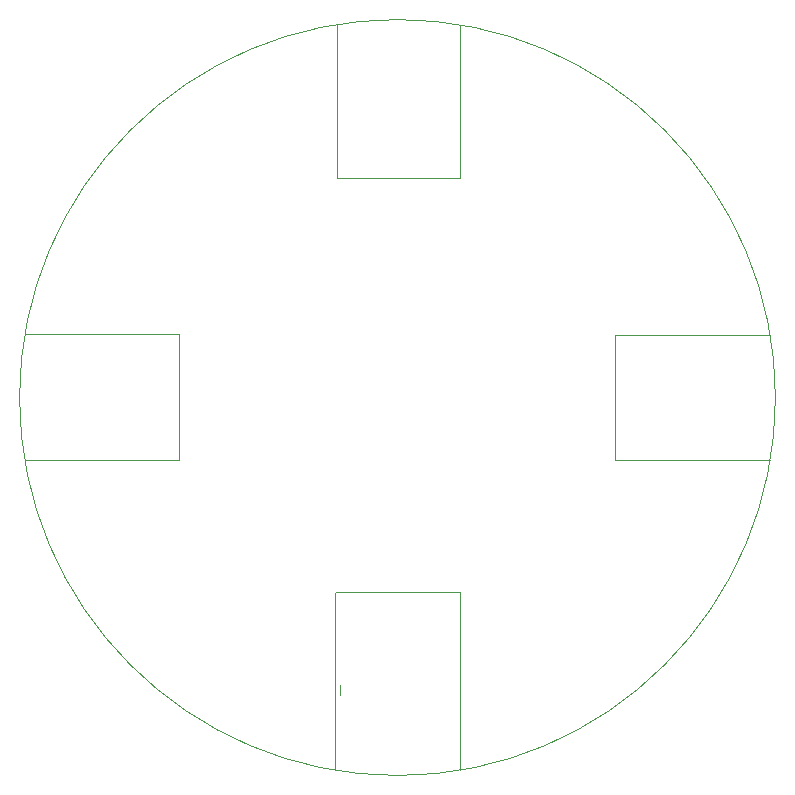
<source format=gm1>
G04 #@! TF.FileFunction,Profile,NP*
%FSLAX46Y46*%
G04 Gerber Fmt 4.6, Leading zero omitted, Abs format (unit mm)*
G04 Created by KiCad (PCBNEW 4.0.7) date 06/01/18 20:16:31*
%MOMM*%
%LPD*%
G01*
G04 APERTURE LIST*
%ADD10C,0.100000*%
G04 APERTURE END LIST*
D10*
X31490000Y-55250000D02*
X31490000Y-44600000D01*
X44830000Y-66430000D02*
X55330000Y-66430000D01*
X44750000Y-66510000D02*
X44830000Y-66430000D01*
X44730000Y-81560000D02*
X44750000Y-66510000D01*
X68450000Y-55300000D02*
X68450000Y-44730000D01*
X55090000Y-31430000D02*
X55320000Y-31430000D01*
X44890000Y-31430000D02*
X55090000Y-31430000D01*
X31490000Y-44600000D02*
X18450000Y-44600000D01*
X18430000Y-55250000D02*
X31490000Y-55250000D01*
X55330000Y-81560000D02*
X55330000Y-66430000D01*
X68450000Y-44730000D02*
X81570000Y-44730000D01*
X68450000Y-55310000D02*
X81560000Y-55310000D01*
X55320000Y-31430000D02*
X55320000Y-18440000D01*
X44890000Y-23490000D02*
X44890000Y-31430000D01*
X44890000Y-23490000D02*
X44890000Y-18390000D01*
X45100000Y-74300000D02*
X45100000Y-75200000D01*
X82000000Y-50000000D02*
G75*
G03X82000000Y-50000000I-32000000J0D01*
G01*
M02*

</source>
